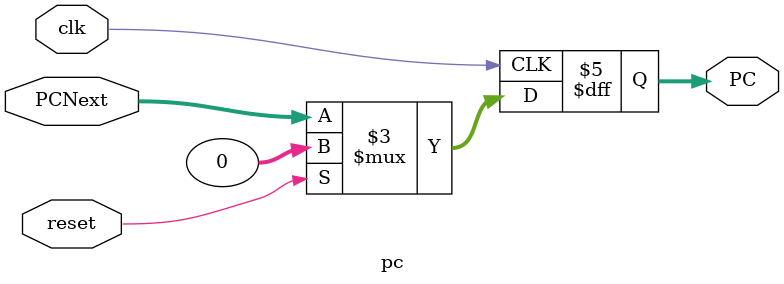
<source format=v>
module pc(output reg [31:0] PC, input clk, reset, input [31:0] PCNext);
    always @(posedge clk ) begin
        if (reset) begin
            PC<=0;
        end
        else begin
            PC <= PCNext;
        end
    end
endmodule
</source>
